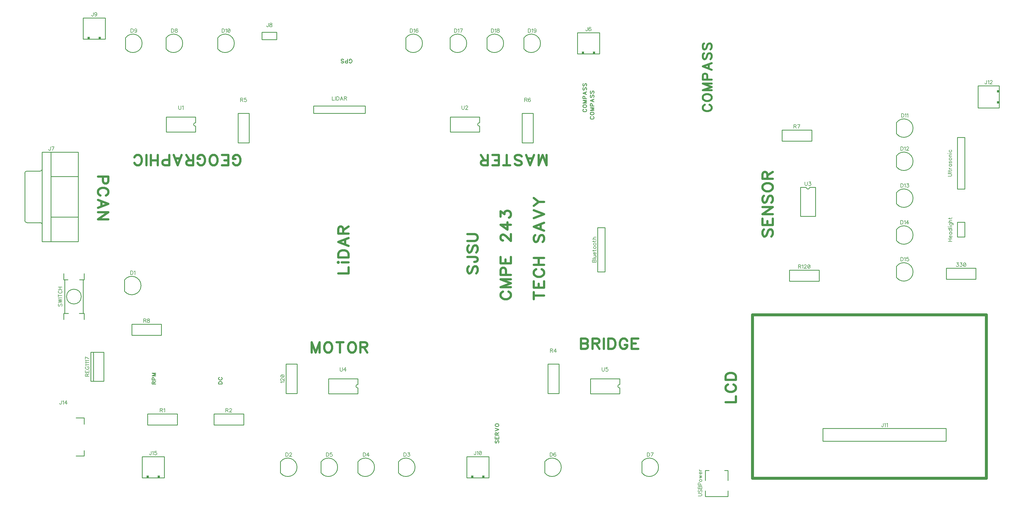
<source format=gbr>
G04 DipTrace 3.3.1.3*
G04 TopSilk.gbr*
%MOIN*%
G04 #@! TF.FileFunction,Legend,Top*
G04 #@! TF.Part,Single*
%ADD10C,0.009843*%
%ADD14C,0.03937*%
%ADD92C,0.00772*%
%ADD93C,0.030621*%
%ADD94C,0.010936*%
%ADD95C,0.026247*%
%FSLAX26Y26*%
G04*
G70*
G90*
G75*
G01*
G04 TopSilk*
%LPD*%
X3849016Y2201117D2*
D10*
Y1800457D1*
X3699016D2*
X3849016D1*
X3699016Y2201117D2*
Y1800457D1*
Y2201117D2*
X3849016D1*
X12648686Y3500787D2*
X13049346D1*
Y3350787D2*
Y3500787D1*
X12648686Y3350787D2*
X13049346D1*
X12648686D2*
Y3500787D1*
X8024017Y4050760D2*
X7924016D1*
Y3450815D1*
X8024017D1*
Y4050760D1*
X1509062Y3190810D2*
Y3340686D1*
X1509287Y3190510D2*
G03X1509287Y3340986I99796J75238D01*
G01*
X3624022Y725850D2*
Y875725D1*
X3624247Y725550D2*
G03X3624247Y876025I99796J75238D01*
G01*
X5224022Y725850D2*
Y875725D1*
X5224247Y725550D2*
G03X5224247Y876025I99796J75238D01*
G01*
X4674022Y725850D2*
Y875725D1*
X4674247Y725550D2*
G03X4674247Y876025I99796J75238D01*
G01*
X4174022Y725850D2*
Y875725D1*
X4174247Y725550D2*
G03X4174247Y876025I99796J75238D01*
G01*
X7205518Y725850D2*
Y875725D1*
X7205743Y725550D2*
G03X7205743Y876025I99796J75238D01*
G01*
X8524022Y725850D2*
Y875725D1*
X8524247Y725550D2*
G03X8524247Y876025I99796J75238D01*
G01*
X2074022Y6475850D2*
Y6625725D1*
X2074247Y6475550D2*
G03X2074247Y6626025I99796J75238D01*
G01*
X1524022Y6475850D2*
Y6625725D1*
X1524247Y6475550D2*
G03X1524247Y6626025I99796J75238D01*
G01*
X2774022Y6475850D2*
Y6625725D1*
X2774247Y6475550D2*
G03X2774247Y6626025I99796J75238D01*
G01*
X11974022Y5325850D2*
Y5475725D1*
X11974247Y5325550D2*
G03X11974247Y5476025I99796J75238D01*
G01*
X11974022Y4875850D2*
Y5025725D1*
X11974247Y4875550D2*
G03X11974247Y5026025I99796J75238D01*
G01*
X11974022Y4375850D2*
Y4525725D1*
X11974247Y4375550D2*
G03X11974247Y4526025I99796J75238D01*
G01*
X11974022Y3875850D2*
Y4025725D1*
X11974247Y3875550D2*
G03X11974247Y4026025I99796J75238D01*
G01*
X11974022Y3375850D2*
Y3525725D1*
X11974247Y3375550D2*
G03X11974247Y3526025I99796J75238D01*
G01*
X5324022Y6475850D2*
Y6625725D1*
X5324247Y6475550D2*
G03X5324247Y6626025I99796J75238D01*
G01*
X5924022Y6475850D2*
Y6625725D1*
X5924247Y6475550D2*
G03X5924247Y6626025I99796J75238D01*
G01*
X6424022Y6475850D2*
Y6625725D1*
X6424247Y6475550D2*
G03X6424247Y6626025I99796J75238D01*
G01*
X6924022Y6475850D2*
Y6625725D1*
X6924247Y6475550D2*
G03X6924247Y6626025I99796J75238D01*
G01*
X12799011Y3925775D2*
X12899016D1*
Y4125799D1*
X12799011D1*
Y3925775D1*
X7649213Y6409046D2*
X7948819D1*
Y6696457D1*
X7649213D1*
Y6409046D1*
G36*
X7708235Y6437564D2*
X7739754D1*
Y6406055D1*
X7708235D1*
Y6437564D1*
G37*
G36*
X7858278D2*
X7889766D1*
Y6406055D1*
X7858278D1*
Y6437564D1*
G37*
X185370Y4818126D2*
D10*
G03X157840Y4790236I569J-28094D01*
G01*
X366490Y4818126D2*
G03X394020Y4844803I1442J26055D01*
G01*
X157840Y4147559D2*
G03X185370Y4119669I28099J204D01*
G01*
X394020Y4092992D2*
G03X366490Y4119669I-26088J622D01*
G01*
Y4818126D2*
X185370D1*
X366490Y4119669D2*
X185370D1*
X882318Y4193638D2*
X512110D1*
X394020Y3862598D2*
Y5075197D1*
X882318Y4744157D2*
X512110D1*
X882318Y3862598D2*
Y5075197D1*
X157840Y4147559D2*
Y4790236D1*
X882318Y3862598D2*
X394020D1*
X882318Y5075197D2*
X394020D1*
X512110Y3862598D2*
Y5075197D1*
X3374004Y6700792D2*
X3574028D1*
Y6600787D1*
X3374004D1*
Y6700792D1*
X949213Y6609046D2*
X1248819D1*
Y6896457D1*
X949213D1*
Y6609046D1*
G36*
X1008235Y6637564D2*
X1039754D1*
Y6606055D1*
X1008235D1*
Y6637564D1*
G37*
G36*
X1158278D2*
X1189766D1*
Y6606055D1*
X1158278D1*
Y6637564D1*
G37*
X6149213Y659046D2*
D10*
X6448819D1*
Y946457D1*
X6149213D1*
Y659046D1*
G36*
X6208235Y687564D2*
X6239754D1*
Y656055D1*
X6208235D1*
Y687564D1*
G37*
G36*
X6358278D2*
X6389766D1*
Y656055D1*
X6358278D1*
Y687564D1*
G37*
X10976772Y1326772D2*
D10*
X12646063D1*
Y1153543D1*
X10976772D1*
Y1326772D1*
X13365757Y5675984D2*
Y5975591D1*
X13078346D1*
Y5675984D1*
X13365757D1*
G36*
X13337239Y5735007D2*
X13368748D1*
Y5766525D1*
X13337239D1*
Y5735007D1*
G37*
G36*
Y5885050D2*
X13368748D1*
Y5916538D1*
X13337239D1*
Y5885050D1*
G37*
X852146Y1470847D2*
D10*
X963385D1*
Y1384637D1*
X852146Y955098D2*
X963385D1*
Y1027936D1*
X1749213Y659046D2*
X2048819D1*
Y946457D1*
X1749213D1*
Y659046D1*
G36*
X1808235Y687564D2*
X1839754D1*
Y656055D1*
X1808235D1*
Y687564D1*
G37*
G36*
X1958278D2*
X1989766D1*
Y656055D1*
X1958278D1*
Y687564D1*
G37*
X4074015Y5700789D2*
D10*
X4774017D1*
Y5600787D1*
X4074015D1*
Y5700789D1*
X2224346Y1375787D2*
X1823686D1*
Y1525787D2*
Y1375787D1*
X2224346Y1525787D2*
X1823686D1*
X2224346D2*
Y1375787D1*
X2723686Y1525787D2*
X3124346D1*
Y1375787D2*
Y1525787D1*
X2723686Y1375787D2*
X3124346D1*
X2723686D2*
Y1525787D1*
X7249016Y1800457D2*
Y2201117D1*
X7399016D2*
X7249016D1*
X7399016Y1800457D2*
Y2201117D1*
Y1800457D2*
X7249016D1*
X3199016Y5601117D2*
Y5200457D1*
X3049016D2*
X3199016D1*
X3049016Y5601117D2*
Y5200457D1*
Y5601117D2*
X3199016D1*
X6899016Y5200457D2*
Y5601117D1*
X7049016D2*
X6899016D1*
X7049016Y5200457D2*
Y5601117D1*
Y5200457D2*
X6899016D1*
X10423686Y5375787D2*
X10824346D1*
Y5225787D2*
Y5375787D1*
X10423686Y5225787D2*
X10824346D1*
X10423686D2*
Y5375787D1*
X1608725Y2740748D2*
X2009385D1*
Y2590748D2*
Y2740748D1*
X1608725Y2590748D2*
X2009385D1*
X1608725D2*
Y2740748D1*
X10924346Y3325787D2*
X10523686D1*
Y3475787D2*
Y3325787D1*
X10924346Y3475787D2*
X10523686D1*
X10924346D2*
Y3325787D1*
X1052756Y1968898D2*
X1229921D1*
Y2362598D1*
X1052756D1*
Y1968898D1*
X1088189D2*
Y2362598D1*
X949024Y2890784D2*
X949988Y3340137D1*
X699008Y3340712D2*
Y2890784D1*
X749220Y2887407D2*
X686220D1*
Y3344089D2*
Y3426788D1*
X894870Y2887407D2*
X961811D1*
Y3426788D2*
Y3344089D1*
X898811D2*
X961811D1*
X686220Y2887407D2*
Y2804708D1*
X961811Y2887407D2*
Y2804708D1*
X741339Y3344089D2*
X687213D1*
X724004Y3115748D2*
G02X724004Y3115748I100012J0D01*
G01*
X2470866Y5348421D2*
X2077165D1*
Y5553154D2*
Y5348421D1*
X2470866Y5553154D2*
X2077165D1*
X2470866D2*
Y5474413D1*
Y5348421D2*
Y5427162D1*
Y5474413D2*
G03X2470866Y5427162I4J-23626D01*
G01*
X6320866Y5348421D2*
X5927165D1*
Y5553154D2*
Y5348421D1*
X6320866Y5553154D2*
X5927165D1*
X6320866D2*
Y5474413D1*
Y5348421D2*
Y5427162D1*
Y5474413D2*
G03X6320866Y5427162I4J-23626D01*
G01*
X10876382Y4597638D2*
Y4203937D1*
X10671649D2*
X10876382D1*
X10671649Y4597638D2*
Y4203937D1*
Y4597638D2*
X10750390D1*
X10876382D2*
X10797642D1*
X10750390D2*
G03X10797642Y4597638I23626J4D01*
G01*
X4670866Y1798421D2*
X4277165D1*
Y2003154D2*
Y1798421D1*
X4670866Y2003154D2*
X4277165D1*
X4670866D2*
Y1924413D1*
Y1798421D2*
Y1877162D1*
Y1924413D2*
G03X4670866Y1877162I4J-23626D01*
G01*
X8220866Y1798421D2*
X7827165D1*
Y2003154D2*
Y1798421D1*
X8220866Y2003154D2*
X7827165D1*
X8220866D2*
Y1924413D1*
Y1798421D2*
Y1877162D1*
Y1924413D2*
G03X8220866Y1877162I4J-23626D01*
G01*
X12799014Y4575786D2*
X12899016D1*
Y5275788D1*
X12799014D1*
Y4575786D1*
X9383476Y404316D2*
X9690539D1*
X9383476Y621668D2*
Y758677D1*
X9690539Y621668D2*
Y758677D1*
X9383476Y404316D2*
Y482302D1*
X9690539Y404316D2*
Y482302D1*
X9383476Y758677D2*
X9432693D1*
X9641323D2*
X9690539D1*
X10024016Y650787D2*
D14*
Y2867323D1*
X13193307D1*
X10024016Y650787D2*
X13193307Y651969D1*
Y650787D2*
Y2867323D1*
X3635410Y1945858D2*
D92*
X3632978Y1950667D1*
X3625848Y1957852D1*
X3676033D1*
X3637786Y1975723D2*
X3635410D1*
X3630601Y1978099D1*
X3628225Y1980476D1*
X3625848Y1985284D1*
Y1994846D1*
X3628225Y1999599D1*
X3630601Y2001976D1*
X3635410Y2004408D1*
X3640163D1*
X3644971Y2001976D1*
X3652101Y1997223D1*
X3676033Y1973291D1*
Y2006784D1*
X3625848Y2036594D2*
X3628225Y2029408D1*
X3635410Y2024600D1*
X3647348Y2022223D1*
X3654533D1*
X3666471Y2024600D1*
X3673656Y2029408D1*
X3676033Y2036593D1*
Y2041347D1*
X3673656Y2048532D1*
X3666471Y2053285D1*
X3654533Y2055717D1*
X3647348D1*
X3635410Y2053285D1*
X3628225Y2048532D1*
X3625848Y2041347D1*
Y2036594D1*
X3635410Y2053285D2*
X3666471Y2024600D1*
X12788145Y3573955D2*
X12814398D1*
X12800083Y3554832D1*
X12807268D1*
X12812021Y3552455D1*
X12814398Y3550079D1*
X12816830Y3542894D1*
Y3538141D1*
X12814398Y3530956D1*
X12809645Y3526147D1*
X12802460Y3523770D1*
X12795275D1*
X12788145Y3526147D1*
X12785768Y3528579D1*
X12783336Y3533332D1*
X12837078Y3573955D2*
X12863331D1*
X12849016Y3554832D1*
X12856201D1*
X12860954Y3552455D1*
X12863331Y3550079D1*
X12865762Y3542894D1*
Y3538141D1*
X12863331Y3530956D1*
X12858577Y3526147D1*
X12851392Y3523770D1*
X12844207D1*
X12837078Y3526147D1*
X12834701Y3528579D1*
X12832269Y3533332D1*
X12895572Y3573955D2*
X12888387Y3571579D1*
X12883578Y3564394D1*
X12881202Y3552455D1*
Y3545270D1*
X12883578Y3533332D1*
X12888387Y3526147D1*
X12895572Y3523770D1*
X12900325D1*
X12907510Y3526147D1*
X12912263Y3533332D1*
X12914695Y3545270D1*
Y3552455D1*
X12912263Y3564394D1*
X12907510Y3571579D1*
X12900325Y3573955D1*
X12895572D1*
X12912263Y3564394D2*
X12883578Y3533332D1*
X7850793Y3581393D2*
X7901033D1*
Y3602948D1*
X7898601Y3610133D1*
X7896224Y3612510D1*
X7891471Y3614886D1*
X7884286D1*
X7879478Y3612510D1*
X7877101Y3610133D1*
X7874724Y3602948D1*
X7872293Y3610133D1*
X7869916Y3612510D1*
X7865163Y3614886D1*
X7860354D1*
X7855601Y3612510D1*
X7853169Y3610133D1*
X7850793Y3602948D1*
Y3581393D1*
X7874724D2*
Y3602948D1*
X7850793Y3630326D2*
X7901033D1*
X7867539Y3645765D2*
X7891471D1*
X7898601Y3648141D1*
X7901033Y3652950D1*
Y3660135D1*
X7898601Y3664888D1*
X7891471Y3672073D1*
X7867539D2*
X7901033D1*
X7881909Y3687512D2*
Y3716197D1*
X7877101D1*
X7872293Y3713821D1*
X7869916Y3711444D1*
X7867539Y3706636D1*
Y3699451D1*
X7869916Y3694697D1*
X7874724Y3689889D1*
X7881909Y3687512D1*
X7886663D1*
X7893848Y3689889D1*
X7898601Y3694697D1*
X7901033Y3699451D1*
Y3706636D1*
X7898601Y3711444D1*
X7893848Y3716197D1*
X7850793Y3738822D2*
X7891471D1*
X7898601Y3741198D1*
X7901033Y3746007D1*
Y3750760D1*
X7867539Y3731637D2*
Y3748383D1*
Y3778137D2*
X7869916Y3773384D1*
X7874724Y3768576D1*
X7881909Y3766199D1*
X7886663D1*
X7893848Y3768576D1*
X7898601Y3773384D1*
X7901033Y3778137D1*
Y3785322D1*
X7898601Y3790131D1*
X7893848Y3794884D1*
X7886663Y3797316D1*
X7881909D1*
X7874724Y3794884D1*
X7869916Y3790131D1*
X7867539Y3785322D1*
Y3778137D1*
Y3824693D2*
X7869916Y3819940D1*
X7874724Y3815132D1*
X7881909Y3812755D1*
X7886663D1*
X7893848Y3815132D1*
X7898601Y3819940D1*
X7901033Y3824693D1*
Y3831878D1*
X7898601Y3836687D1*
X7893848Y3841440D1*
X7886663Y3843872D1*
X7881909D1*
X7874724Y3841440D1*
X7869916Y3836687D1*
X7867539Y3831878D1*
Y3824693D1*
X7850793Y3866496D2*
X7891471D1*
X7898601Y3868873D1*
X7901033Y3873681D1*
Y3878434D1*
X7867539Y3859311D2*
Y3876058D1*
X7850793Y3893874D2*
X7901033D1*
X7877101D2*
X7869916Y3901059D1*
X7867539Y3905867D1*
Y3913052D1*
X7869916Y3917805D1*
X7877101Y3920182D1*
X7901033D1*
X1591099Y3463951D2*
Y3413711D1*
X1607845D1*
X1615030Y3416142D1*
X1619839Y3420896D1*
X1622215Y3425704D1*
X1624592Y3432834D1*
Y3444827D1*
X1622215Y3452012D1*
X1619839Y3456766D1*
X1615030Y3461574D1*
X1607845Y3463951D1*
X1591099D1*
X1640031Y3454334D2*
X1644840Y3456766D1*
X1652025Y3463895D1*
Y3413711D1*
X3695309Y998990D2*
Y948750D1*
X3712056D1*
X3719241Y951182D1*
X3724050Y955935D1*
X3726426Y960743D1*
X3728803Y967873D1*
Y979867D1*
X3726426Y987052D1*
X3724050Y991805D1*
X3719241Y996613D1*
X3712056Y998990D1*
X3695309D1*
X3746674Y986996D2*
Y989373D1*
X3749050Y994181D1*
X3751427Y996558D1*
X3756235Y998935D1*
X3765797D1*
X3770550Y996558D1*
X3772927Y994181D1*
X3775359Y989373D1*
Y984620D1*
X3772927Y979811D1*
X3768174Y972682D1*
X3744242Y948750D1*
X3777735D1*
X5295309Y998990D2*
Y948750D1*
X5312056D1*
X5319241Y951182D1*
X5324050Y955935D1*
X5326426Y960743D1*
X5328803Y967873D1*
Y979867D1*
X5326426Y987052D1*
X5324050Y991805D1*
X5319241Y996613D1*
X5312056Y998990D1*
X5295309D1*
X5349050Y998935D2*
X5375303D1*
X5360989Y979811D1*
X5368174D1*
X5372927Y977435D1*
X5375303Y975058D1*
X5377735Y967873D1*
Y963120D1*
X5375303Y955935D1*
X5370550Y951127D1*
X5363365Y948750D1*
X5356180D1*
X5349050Y951127D1*
X5346674Y953558D1*
X5344242Y958312D1*
X4744121Y998990D2*
Y948750D1*
X4760868D1*
X4768053Y951182D1*
X4772861Y955935D1*
X4775238Y960743D1*
X4777614Y967873D1*
Y979867D1*
X4775238Y987052D1*
X4772861Y991805D1*
X4768053Y996613D1*
X4760868Y998990D1*
X4744121D1*
X4816985Y948750D2*
Y998935D1*
X4793054Y965497D1*
X4828924D1*
X4245309Y998990D2*
Y948750D1*
X4262056D1*
X4269241Y951182D1*
X4274050Y955935D1*
X4276426Y960743D1*
X4278803Y967873D1*
Y979867D1*
X4276426Y987052D1*
X4274050Y991805D1*
X4269241Y996613D1*
X4262056Y998990D1*
X4245309D1*
X4322927Y998935D2*
X4299050D1*
X4296674Y977435D1*
X4299050Y979811D1*
X4306235Y982243D1*
X4313365D1*
X4320550Y979811D1*
X4325359Y975058D1*
X4327735Y967873D1*
Y963120D1*
X4325359Y955935D1*
X4320550Y951127D1*
X4313365Y948750D1*
X4306235D1*
X4299050Y951127D1*
X4296674Y953558D1*
X4294242Y958312D1*
X7278021Y998990D2*
Y948750D1*
X7294768D1*
X7301953Y951182D1*
X7306761Y955935D1*
X7309138Y960743D1*
X7311515Y967873D1*
Y979867D1*
X7309138Y987052D1*
X7306761Y991805D1*
X7301953Y996613D1*
X7294768Y998990D1*
X7278021D1*
X7355639Y991805D2*
X7353262Y996558D1*
X7346077Y998935D1*
X7341324D1*
X7334139Y996558D1*
X7329331Y989373D1*
X7326954Y977435D1*
Y965497D1*
X7329331Y955935D1*
X7334139Y951127D1*
X7341324Y948750D1*
X7343701D1*
X7350830Y951127D1*
X7355639Y955935D1*
X7358015Y963120D1*
Y965497D1*
X7355639Y972682D1*
X7350830Y977435D1*
X7343701Y979811D1*
X7341324D1*
X7334139Y977435D1*
X7329331Y972682D1*
X7326954Y965497D1*
X8595309Y998990D2*
Y948750D1*
X8612056D1*
X8619241Y951182D1*
X8624050Y955935D1*
X8626426Y960743D1*
X8628803Y967873D1*
Y979867D1*
X8626426Y987052D1*
X8624050Y991805D1*
X8619241Y996613D1*
X8612056Y998990D1*
X8595309D1*
X8653804Y948750D2*
X8677735Y998935D1*
X8644242D1*
X2145337Y6748990D2*
Y6698750D1*
X2162084D1*
X2169269Y6701182D1*
X2174077Y6705935D1*
X2176454Y6710743D1*
X2178830Y6717873D1*
Y6729867D1*
X2176454Y6737052D1*
X2174077Y6741805D1*
X2169269Y6746613D1*
X2162084Y6748990D1*
X2145337D1*
X2206208Y6748935D2*
X2199078Y6746558D1*
X2196646Y6741805D1*
Y6736996D1*
X2199078Y6732243D1*
X2203831Y6729811D1*
X2213393Y6727435D1*
X2220578Y6725058D1*
X2225331Y6720250D1*
X2227708Y6715497D1*
Y6708312D1*
X2225331Y6703558D1*
X2222954Y6701127D1*
X2215769Y6698750D1*
X2206208D1*
X2199078Y6701127D1*
X2196646Y6703558D1*
X2194270Y6708312D1*
Y6715497D1*
X2196646Y6720250D1*
X2201455Y6725058D1*
X2208584Y6727435D1*
X2218146Y6729811D1*
X2222954Y6732243D1*
X2225331Y6736996D1*
Y6741805D1*
X2222954Y6746558D1*
X2215769Y6748935D1*
X2206208D1*
X1596498Y6748990D2*
Y6698750D1*
X1613244D1*
X1620429Y6701182D1*
X1625238Y6705935D1*
X1627614Y6710743D1*
X1629991Y6717873D1*
Y6729867D1*
X1627614Y6737052D1*
X1625238Y6741805D1*
X1620429Y6746613D1*
X1613244Y6748990D1*
X1596498D1*
X1676547Y6732243D2*
X1674115Y6725058D1*
X1669362Y6720250D1*
X1662177Y6717873D1*
X1659800D1*
X1652615Y6720250D1*
X1647862Y6725058D1*
X1645430Y6732243D1*
Y6734620D1*
X1647862Y6741805D1*
X1652615Y6746558D1*
X1659800Y6748935D1*
X1662177D1*
X1669362Y6746558D1*
X1674115Y6741805D1*
X1676547Y6732243D1*
Y6720250D1*
X1674115Y6708312D1*
X1669362Y6701127D1*
X1662177Y6698750D1*
X1657424D1*
X1650239Y6701127D1*
X1647862Y6705935D1*
X2831593Y6748990D2*
Y6698750D1*
X2848340D1*
X2855525Y6701182D1*
X2860333Y6705935D1*
X2862710Y6710743D1*
X2865086Y6717873D1*
Y6729867D1*
X2862710Y6737052D1*
X2860333Y6741805D1*
X2855525Y6746613D1*
X2848340Y6748990D1*
X2831593D1*
X2880526Y6739373D2*
X2885334Y6741805D1*
X2892519Y6748935D1*
Y6698750D1*
X2922328Y6748935D2*
X2915143Y6746558D1*
X2910335Y6739373D1*
X2907958Y6727435D1*
Y6720250D1*
X2910335Y6708312D1*
X2915143Y6701127D1*
X2922328Y6698750D1*
X2927082D1*
X2934267Y6701127D1*
X2939020Y6708312D1*
X2941452Y6720250D1*
Y6727435D1*
X2939020Y6739373D1*
X2934267Y6746558D1*
X2927082Y6748935D1*
X2922328D1*
X2939020Y6739373D2*
X2910335Y6708312D1*
X12042343Y5598990D2*
Y5548750D1*
X12059090D1*
X12066275Y5551182D1*
X12071083Y5555935D1*
X12073460Y5560743D1*
X12075836Y5567873D1*
Y5579867D1*
X12073460Y5587052D1*
X12071083Y5591805D1*
X12066275Y5596613D1*
X12059090Y5598990D1*
X12042343D1*
X12091275Y5589373D2*
X12096084Y5591805D1*
X12103269Y5598935D1*
Y5548750D1*
X12118708Y5589373D2*
X12123517Y5591805D1*
X12130702Y5598935D1*
Y5548750D1*
X12031593Y5148990D2*
Y5098750D1*
X12048340D1*
X12055525Y5101182D1*
X12060333Y5105935D1*
X12062710Y5110743D1*
X12065086Y5117873D1*
Y5129867D1*
X12062710Y5137052D1*
X12060333Y5141805D1*
X12055525Y5146613D1*
X12048340Y5148990D1*
X12031593D1*
X12080526Y5139373D2*
X12085334Y5141805D1*
X12092519Y5148935D1*
Y5098750D1*
X12110390Y5136996D2*
Y5139373D1*
X12112767Y5144181D1*
X12115143Y5146558D1*
X12119952Y5148935D1*
X12129513D1*
X12134267Y5146558D1*
X12136643Y5144181D1*
X12139075Y5139373D1*
Y5134620D1*
X12136643Y5129811D1*
X12131890Y5122682D1*
X12107958Y5098750D1*
X12141452D1*
X12031593Y4648990D2*
Y4598750D1*
X12048340D1*
X12055525Y4601182D1*
X12060333Y4605935D1*
X12062710Y4610743D1*
X12065086Y4617873D1*
Y4629867D1*
X12062710Y4637052D1*
X12060333Y4641805D1*
X12055525Y4646613D1*
X12048340Y4648990D1*
X12031593D1*
X12080526Y4639373D2*
X12085334Y4641805D1*
X12092519Y4648935D1*
Y4598750D1*
X12112767Y4648935D2*
X12139020D1*
X12124705Y4629811D1*
X12131890D1*
X12136643Y4627435D1*
X12139020Y4625058D1*
X12141452Y4617873D1*
Y4613120D1*
X12139020Y4605935D1*
X12134267Y4601127D1*
X12127082Y4598750D1*
X12119897D1*
X12112767Y4601127D1*
X12110390Y4603558D1*
X12107958Y4608312D1*
X12030405Y4148990D2*
Y4098750D1*
X12047151D1*
X12054336Y4101182D1*
X12059145Y4105935D1*
X12061521Y4110743D1*
X12063898Y4117873D1*
Y4129867D1*
X12061521Y4137052D1*
X12059145Y4141805D1*
X12054336Y4146613D1*
X12047151Y4148990D1*
X12030405D1*
X12079337Y4139373D2*
X12084146Y4141805D1*
X12091331Y4148935D1*
Y4098750D1*
X12130702D2*
Y4148935D1*
X12106770Y4115497D1*
X12142640D1*
X12031593Y3648990D2*
Y3598750D1*
X12048340D1*
X12055525Y3601182D1*
X12060333Y3605935D1*
X12062710Y3610743D1*
X12065086Y3617873D1*
Y3629867D1*
X12062710Y3637052D1*
X12060333Y3641805D1*
X12055525Y3646613D1*
X12048340Y3648990D1*
X12031593D1*
X12080526Y3639373D2*
X12085334Y3641805D1*
X12092519Y3648935D1*
Y3598750D1*
X12136643Y3648935D2*
X12112767D1*
X12110390Y3627435D1*
X12112767Y3629811D1*
X12119952Y3632243D1*
X12127082D1*
X12134267Y3629811D1*
X12139075Y3625058D1*
X12141452Y3617873D1*
Y3613120D1*
X12139075Y3605935D1*
X12134267Y3601127D1*
X12127082Y3598750D1*
X12119952D1*
X12112767Y3601127D1*
X12110390Y3603558D1*
X12107958Y3608312D1*
X5382809Y6748990D2*
Y6698750D1*
X5399556D1*
X5406741Y6701182D1*
X5411549Y6705935D1*
X5413926Y6710743D1*
X5416302Y6717873D1*
Y6729867D1*
X5413926Y6737052D1*
X5411549Y6741805D1*
X5406741Y6746613D1*
X5399556Y6748990D1*
X5382809D1*
X5431741Y6739373D2*
X5436550Y6741805D1*
X5443735Y6748935D1*
Y6698750D1*
X5487859Y6741805D2*
X5485483Y6746558D1*
X5478297Y6748935D1*
X5473544D1*
X5466359Y6746558D1*
X5461551Y6739373D1*
X5459174Y6727435D1*
Y6715497D1*
X5461551Y6705935D1*
X5466359Y6701127D1*
X5473544Y6698750D1*
X5475921D1*
X5483051Y6701127D1*
X5487859Y6705935D1*
X5490236Y6713120D1*
Y6715497D1*
X5487859Y6722682D1*
X5483051Y6727435D1*
X5475921Y6729811D1*
X5473544D1*
X5466359Y6727435D1*
X5461551Y6722682D1*
X5459174Y6715497D1*
X5981593Y6748990D2*
Y6698750D1*
X5998340D1*
X6005525Y6701182D1*
X6010333Y6705935D1*
X6012710Y6710743D1*
X6015086Y6717873D1*
Y6729867D1*
X6012710Y6737052D1*
X6010333Y6741805D1*
X6005525Y6746613D1*
X5998340Y6748990D1*
X5981593D1*
X6030526Y6739373D2*
X6035334Y6741805D1*
X6042519Y6748935D1*
Y6698750D1*
X6067520D2*
X6091452Y6748935D1*
X6057958D1*
X6481621Y6748990D2*
Y6698750D1*
X6498367D1*
X6505552Y6701182D1*
X6510361Y6705935D1*
X6512737Y6710743D1*
X6515114Y6717873D1*
Y6729867D1*
X6512737Y6737052D1*
X6510361Y6741805D1*
X6505552Y6746613D1*
X6498367Y6748990D1*
X6481621D1*
X6530553Y6739373D2*
X6535362Y6741805D1*
X6542547Y6748935D1*
Y6698750D1*
X6569924Y6748935D2*
X6562794Y6746558D1*
X6560363Y6741805D1*
Y6736996D1*
X6562794Y6732243D1*
X6567548Y6729811D1*
X6577109Y6727435D1*
X6584294Y6725058D1*
X6589047Y6720250D1*
X6591424Y6715497D1*
Y6708312D1*
X6589047Y6703558D1*
X6586671Y6701127D1*
X6579486Y6698750D1*
X6569924D1*
X6562794Y6701127D1*
X6560363Y6703558D1*
X6557986Y6708312D1*
Y6715497D1*
X6560363Y6720250D1*
X6565171Y6725058D1*
X6572301Y6727435D1*
X6581862Y6729811D1*
X6586671Y6732243D1*
X6589047Y6736996D1*
Y6741805D1*
X6586671Y6746558D1*
X6579486Y6748935D1*
X6569924D1*
X6982781Y6748990D2*
Y6698750D1*
X6999528D1*
X7006713Y6701182D1*
X7011521Y6705935D1*
X7013898Y6710743D1*
X7016275Y6717873D1*
Y6729867D1*
X7013898Y6737052D1*
X7011521Y6741805D1*
X7006713Y6746613D1*
X6999528Y6748990D1*
X6982781D1*
X7031714Y6739373D2*
X7036522Y6741805D1*
X7043707Y6748935D1*
Y6698750D1*
X7090263Y6732243D2*
X7087831Y6725058D1*
X7083078Y6720250D1*
X7075893Y6717873D1*
X7073517D1*
X7066332Y6720250D1*
X7061578Y6725058D1*
X7059147Y6732243D1*
Y6734620D1*
X7061578Y6741805D1*
X7066332Y6746558D1*
X7073517Y6748935D1*
X7075893D1*
X7083078Y6746558D1*
X7087831Y6741805D1*
X7090263Y6732243D1*
Y6720250D1*
X7087831Y6708312D1*
X7083078Y6701127D1*
X7075893Y6698750D1*
X7071140D1*
X7063955Y6701127D1*
X7061578Y6705935D1*
X12675793Y3864794D2*
X12726033D1*
X12675793Y3898287D2*
X12726033D1*
X12699724Y3864794D2*
Y3898287D1*
X12706909Y3913727D2*
Y3942411D1*
X12702101D1*
X12697293Y3940035D1*
X12694916Y3937658D1*
X12692539Y3932850D1*
Y3925665D1*
X12694916Y3920912D1*
X12699724Y3916103D1*
X12706909Y3913727D1*
X12711663D1*
X12718848Y3916103D1*
X12723601Y3920912D1*
X12726033Y3925665D1*
Y3932850D1*
X12723601Y3937658D1*
X12718848Y3942411D1*
X12692539Y3986536D2*
X12726033D1*
X12699724D2*
X12694916Y3981782D1*
X12692539Y3976974D1*
Y3969844D1*
X12694916Y3965036D1*
X12699724Y3960283D1*
X12706909Y3957851D1*
X12711663D1*
X12718848Y3960283D1*
X12723601Y3965036D1*
X12726033Y3969844D1*
Y3976974D1*
X12723601Y3981782D1*
X12718848Y3986536D1*
X12675793Y4030660D2*
X12726033D1*
X12699724D2*
X12694916Y4025907D1*
X12692539Y4021098D1*
Y4013913D1*
X12694916Y4009160D1*
X12699724Y4004351D1*
X12706909Y4001975D1*
X12711663D1*
X12718848Y4004351D1*
X12723601Y4009160D1*
X12726033Y4013913D1*
Y4021098D1*
X12723601Y4025907D1*
X12718848Y4030660D1*
X12675793Y4046099D2*
X12726033D1*
X12675793Y4061538D2*
X12678169Y4063915D1*
X12675793Y4066347D1*
X12673361Y4063915D1*
X12675793Y4061538D1*
X12692539Y4063915D2*
X12726033D1*
X12694916Y4110471D2*
X12733218D1*
X12740347Y4108094D1*
X12742779Y4105718D1*
X12745156Y4100909D1*
Y4093724D1*
X12742779Y4088971D1*
X12702101Y4110471D2*
X12697348Y4105718D1*
X12694916Y4100909D1*
Y4093724D1*
X12697348Y4088971D1*
X12702101Y4084162D1*
X12709286Y4081786D1*
X12714094D1*
X12721224Y4084162D1*
X12726033Y4088971D1*
X12728409Y4093724D1*
Y4100909D1*
X12726033Y4105718D1*
X12721224Y4110471D1*
X12675793Y4125910D2*
X12726033D1*
X12702101D2*
X12694916Y4133095D1*
X12692539Y4137904D1*
Y4145089D1*
X12694916Y4149842D1*
X12702101Y4152218D1*
X12726033D1*
X12675793Y4174843D2*
X12716471D1*
X12723601Y4177219D1*
X12726033Y4182028D1*
Y4186781D1*
X12692539Y4167658D2*
Y4184404D1*
X7787731Y6769680D2*
Y6731433D1*
X7785355Y6724248D1*
X7782923Y6721872D1*
X7778170Y6719440D1*
X7773361D1*
X7768608Y6721872D1*
X7766231Y6724248D1*
X7763800Y6731433D1*
Y6736186D1*
X7831855Y6762495D2*
X7829479Y6767248D1*
X7822294Y6769624D1*
X7817541D1*
X7810356Y6767248D1*
X7805547Y6760063D1*
X7803170Y6748125D1*
Y6736186D1*
X7805547Y6726625D1*
X7810356Y6721816D1*
X7817541Y6719440D1*
X7819917D1*
X7827047Y6721816D1*
X7831855Y6726625D1*
X7834232Y6733810D1*
Y6736186D1*
X7831855Y6743371D1*
X7827047Y6748125D1*
X7819917Y6750501D1*
X7817541D1*
X7810356Y6748125D1*
X7805547Y6743371D1*
X7803170Y6736186D1*
X507578Y5148420D2*
Y5110173D1*
X505202Y5102988D1*
X502770Y5100612D1*
X498017Y5098180D1*
X493208D1*
X488455Y5100612D1*
X486078Y5102988D1*
X483647Y5110173D1*
Y5114927D1*
X532579Y5098180D2*
X556511Y5148365D1*
X523018D1*
X3461543Y6824010D2*
Y6785764D1*
X3459166Y6778579D1*
X3456734Y6776202D1*
X3451981Y6773770D1*
X3447173D1*
X3442420Y6776202D1*
X3440043Y6778579D1*
X3437611Y6785764D1*
Y6790517D1*
X3488920Y6823955D2*
X3481791Y6821579D1*
X3479359Y6816825D1*
Y6812017D1*
X3481791Y6807264D1*
X3486544Y6804832D1*
X3496105Y6802455D1*
X3503290Y6800079D1*
X3508044Y6795270D1*
X3510420Y6790517D1*
Y6783332D1*
X3508044Y6778579D1*
X3505667Y6776147D1*
X3498482Y6773770D1*
X3488920D1*
X3481791Y6776147D1*
X3479359Y6778579D1*
X3476982Y6783332D1*
Y6790517D1*
X3479359Y6795270D1*
X3484167Y6800079D1*
X3491297Y6802455D1*
X3500859Y6804832D1*
X3505667Y6807264D1*
X3508044Y6812017D1*
Y6816825D1*
X3505667Y6821579D1*
X3498482Y6823955D1*
X3488920D1*
X1087704Y6969680D2*
Y6931433D1*
X1085327Y6924248D1*
X1082895Y6921872D1*
X1078142Y6919440D1*
X1073334D1*
X1068580Y6921872D1*
X1066204Y6924248D1*
X1063772Y6931433D1*
Y6936186D1*
X1134260Y6952933D2*
X1131828Y6945748D1*
X1127075Y6940940D1*
X1119890Y6938563D1*
X1117513D1*
X1110328Y6940940D1*
X1105575Y6945748D1*
X1103143Y6952933D1*
Y6955310D1*
X1105575Y6962495D1*
X1110328Y6967248D1*
X1117513Y6969624D1*
X1119890D1*
X1127075Y6967248D1*
X1131828Y6962495D1*
X1134260Y6952933D1*
Y6940940D1*
X1131828Y6929001D1*
X1127075Y6921816D1*
X1119890Y6919440D1*
X1115136D1*
X1107951Y6921816D1*
X1105575Y6926625D1*
X6272799Y1019680D2*
Y981433D1*
X6270422Y974248D1*
X6267990Y971872D1*
X6263237Y969440D1*
X6258429D1*
X6253676Y971872D1*
X6251299Y974248D1*
X6248867Y981433D1*
Y986186D1*
X6288238Y1010063D2*
X6293047Y1012495D1*
X6300232Y1019624D1*
Y969440D1*
X6330041Y1019624D2*
X6322856Y1017248D1*
X6318048Y1010063D1*
X6315671Y998125D1*
Y990940D1*
X6318048Y979001D1*
X6322856Y971816D1*
X6330041Y969440D1*
X6334794D1*
X6341979Y971816D1*
X6346732Y979001D1*
X6349164Y990940D1*
Y998125D1*
X6346732Y1010063D1*
X6341979Y1017248D1*
X6334794Y1019624D1*
X6330041D1*
X6346732Y1010063D2*
X6318048Y979001D1*
X11795950Y1399995D2*
Y1361748D1*
X11793574Y1354563D1*
X11791142Y1352187D1*
X11786389Y1349755D1*
X11781580D1*
X11776827Y1352187D1*
X11774451Y1354563D1*
X11772019Y1361748D1*
Y1366501D1*
X11811390Y1390378D2*
X11816198Y1392810D1*
X11823383Y1399939D1*
Y1349755D1*
X11838822Y1390378D2*
X11843631Y1392810D1*
X11850816Y1399939D1*
Y1349755D1*
X13197330Y6048814D2*
Y6010567D1*
X13194954Y6003382D1*
X13192522Y6001005D1*
X13187769Y5998574D1*
X13182960D1*
X13178207Y6001005D1*
X13175831Y6003382D1*
X13173399Y6010567D1*
Y6015320D1*
X13212770Y6039197D2*
X13217578Y6041629D1*
X13224763Y6048758D1*
Y5998574D1*
X13242634Y6036820D2*
Y6039197D1*
X13245011Y6044005D1*
X13247387Y6046382D1*
X13252196Y6048758D1*
X13261758D1*
X13266511Y6046382D1*
X13268887Y6044005D1*
X13271319Y6039197D1*
Y6034444D1*
X13268887Y6029635D1*
X13264134Y6022505D1*
X13240202Y5998574D1*
X13273696D1*
X655356Y1704716D2*
Y1666469D1*
X652979Y1659284D1*
X650548Y1656908D1*
X645794Y1654476D1*
X640986D1*
X636233Y1656908D1*
X633856Y1659284D1*
X631424Y1666469D1*
Y1671223D1*
X670795Y1695099D2*
X675604Y1697531D1*
X682789Y1704661D1*
Y1654476D1*
X722160D2*
Y1704661D1*
X698228Y1671223D1*
X734098D1*
X1872799Y1019680D2*
Y981433D1*
X1870422Y974248D1*
X1867990Y971872D1*
X1863237Y969440D1*
X1858429D1*
X1853676Y971872D1*
X1851299Y974248D1*
X1848867Y981433D1*
Y986186D1*
X1888238Y1010063D2*
X1893047Y1012495D1*
X1900232Y1019624D1*
Y969440D1*
X1944356Y1019624D2*
X1920479D1*
X1918103Y998125D1*
X1920479Y1000501D1*
X1927664Y1002933D1*
X1934794D1*
X1941979Y1000501D1*
X1946788Y995748D1*
X1949164Y988563D1*
Y983810D1*
X1946788Y976625D1*
X1941979Y971816D1*
X1934794Y969440D1*
X1927664D1*
X1920479Y971816D1*
X1918103Y974248D1*
X1915671Y979001D1*
X4326151Y5828932D2*
Y5778692D1*
X4354835D1*
X4370275Y5828932D2*
Y5778692D1*
X4385714Y5828932D2*
Y5778692D1*
X4402461D1*
X4409646Y5781124D1*
X4414454Y5785877D1*
X4416831Y5790685D1*
X4419207Y5797815D1*
Y5809808D1*
X4416831Y5816994D1*
X4414454Y5821747D1*
X4409646Y5826555D1*
X4402461Y5828932D1*
X4385714D1*
X4472948Y5778692D2*
X4453770Y5828932D1*
X4434647Y5778692D1*
X4441832Y5795438D2*
X4465763D1*
X4488388Y5805000D2*
X4509887D1*
X4517072Y5807432D1*
X4519504Y5809808D1*
X4521881Y5814562D1*
Y5819370D1*
X4519504Y5824123D1*
X4517072Y5826555D1*
X4509887Y5828932D1*
X4488388D1*
Y5778692D1*
X4505134Y5805000D2*
X4521881Y5778692D1*
X1993553Y1575079D2*
X2015053D1*
X2022238Y1577511D1*
X2024669Y1579887D1*
X2027046Y1584640D1*
Y1589449D1*
X2024669Y1594202D1*
X2022238Y1596634D1*
X2015053Y1599010D1*
X1993553D1*
Y1548770D1*
X2010299Y1575079D2*
X2027046Y1548770D1*
X2042485Y1589394D2*
X2047294Y1591825D1*
X2054479Y1598955D1*
Y1548770D1*
X2882803Y1575079D2*
X2904303D1*
X2911488Y1577511D1*
X2913920Y1579887D1*
X2916296Y1584640D1*
Y1589449D1*
X2913920Y1594202D1*
X2911488Y1596634D1*
X2904303Y1599010D1*
X2882803D1*
Y1548770D1*
X2899549Y1575079D2*
X2916296Y1548770D1*
X2934167Y1587017D2*
Y1589394D1*
X2936544Y1594202D1*
X2938920Y1596579D1*
X2943729Y1598955D1*
X2953290D1*
X2958044Y1596579D1*
X2960420Y1594202D1*
X2962852Y1589394D1*
Y1584640D1*
X2960420Y1579832D1*
X2955667Y1572702D1*
X2931735Y1548770D1*
X2965229D1*
X7281614Y2385079D2*
X7303114D1*
X7310299Y2387511D1*
X7312731Y2389887D1*
X7315108Y2394640D1*
Y2399449D1*
X7312731Y2404202D1*
X7310299Y2406634D1*
X7303114Y2409010D1*
X7281614D1*
Y2358770D1*
X7298361Y2385079D2*
X7315108Y2358770D1*
X7354479D2*
Y2408955D1*
X7330547Y2375517D1*
X7366417D1*
X3082803Y5785079D2*
X3104303D1*
X3111488Y5787511D1*
X3113920Y5789887D1*
X3116296Y5794640D1*
Y5799449D1*
X3113920Y5804202D1*
X3111488Y5806634D1*
X3104303Y5809010D1*
X3082803D1*
Y5758770D1*
X3099549Y5785079D2*
X3116296Y5758770D1*
X3160420Y5808955D2*
X3136544D1*
X3134167Y5787455D1*
X3136544Y5789832D1*
X3143729Y5792264D1*
X3150859D1*
X3158044Y5789832D1*
X3162852Y5785079D1*
X3165229Y5777894D1*
Y5773141D1*
X3162852Y5765956D1*
X3158044Y5761147D1*
X3150859Y5758770D1*
X3143729D1*
X3136544Y5761147D1*
X3134167Y5763579D1*
X3131735Y5768332D1*
X6934019Y5785079D2*
X6955519D1*
X6962704Y5787511D1*
X6965135Y5789887D1*
X6967512Y5794640D1*
Y5799449D1*
X6965135Y5804202D1*
X6962704Y5806634D1*
X6955519Y5809010D1*
X6934019D1*
Y5758770D1*
X6950765Y5785079D2*
X6967512Y5758770D1*
X7011636Y5801825D2*
X7009260Y5806579D1*
X7002075Y5808955D1*
X6997321D1*
X6990136Y5806579D1*
X6985328Y5799394D1*
X6982951Y5787455D1*
Y5775517D1*
X6985328Y5765956D1*
X6990136Y5761147D1*
X6997321Y5758770D1*
X6999698D1*
X7006828Y5761147D1*
X7011636Y5765956D1*
X7014013Y5773141D1*
Y5775517D1*
X7011636Y5782702D1*
X7006828Y5787455D1*
X6999698Y5789832D1*
X6997321D1*
X6990136Y5787455D1*
X6985328Y5782702D1*
X6982951Y5775517D1*
X10582803Y5425079D2*
X10604303D1*
X10611488Y5427511D1*
X10613920Y5429887D1*
X10616296Y5434640D1*
Y5439449D1*
X10613920Y5444202D1*
X10611488Y5446634D1*
X10604303Y5449010D1*
X10582803D1*
Y5398770D1*
X10599549Y5425079D2*
X10616296Y5398770D1*
X10641297D2*
X10665229Y5448955D1*
X10631735D1*
X1767870Y2790039D2*
X1789370D1*
X1796555Y2792471D1*
X1798987Y2794848D1*
X1801363Y2799601D1*
Y2804409D1*
X1798987Y2809163D1*
X1796555Y2811595D1*
X1789370Y2813971D1*
X1767870D1*
Y2763731D1*
X1784616Y2790039D2*
X1801363Y2763731D1*
X1828741Y2813916D2*
X1821611Y2811539D1*
X1819179Y2806786D1*
Y2801978D1*
X1821611Y2797224D1*
X1826364Y2794793D1*
X1835926Y2792416D1*
X1843111Y2790039D1*
X1847864Y2785231D1*
X1850240Y2780478D1*
Y2773293D1*
X1847864Y2768540D1*
X1845487Y2766108D1*
X1838302Y2763731D1*
X1828741D1*
X1821611Y2766108D1*
X1819179Y2768540D1*
X1816802Y2773293D1*
Y2780478D1*
X1819179Y2785231D1*
X1823987Y2790039D1*
X1831117Y2792416D1*
X1840679Y2794793D1*
X1845487Y2797224D1*
X1847864Y2801978D1*
Y2806786D1*
X1845487Y2811539D1*
X1838302Y2813916D1*
X1828741D1*
X10644620Y3525079D2*
X10666120D1*
X10673305Y3527511D1*
X10675737Y3529887D1*
X10678113Y3534640D1*
Y3539449D1*
X10675737Y3544202D1*
X10673305Y3546634D1*
X10666120Y3549010D1*
X10644620D1*
Y3498770D1*
X10661367Y3525079D2*
X10678113Y3498770D1*
X10693553Y3539394D2*
X10698361Y3541825D1*
X10705546Y3548955D1*
Y3498770D1*
X10723417Y3537017D2*
Y3539394D1*
X10725794Y3544202D1*
X10728170Y3546579D1*
X10732979Y3548955D1*
X10742541D1*
X10747294Y3546579D1*
X10749670Y3544202D1*
X10752102Y3539394D1*
Y3534640D1*
X10749670Y3529832D1*
X10744917Y3522702D1*
X10720985Y3498770D1*
X10754479D1*
X10784288Y3548955D2*
X10777103Y3546579D1*
X10772295Y3539394D1*
X10769918Y3527455D1*
Y3520270D1*
X10772295Y3508332D1*
X10777103Y3501147D1*
X10784288Y3498770D1*
X10789041D1*
X10796226Y3501147D1*
X10800980Y3508332D1*
X10803411Y3520270D1*
Y3527455D1*
X10800980Y3539394D1*
X10796226Y3546579D1*
X10789041Y3548955D1*
X10784288D1*
X10800980Y3539394D2*
X10772295Y3508332D1*
X1003465Y2034481D2*
Y2055981D1*
X1001033Y2063166D1*
X998656Y2065598D1*
X993903Y2067974D1*
X989095D1*
X984341Y2065598D1*
X981909Y2063166D1*
X979533Y2055981D1*
Y2034481D1*
X1029773D1*
X1003465Y2051228D2*
X1029773Y2067974D1*
X979533Y2114475D2*
Y2083414D1*
X1029773D1*
Y2114475D1*
X1003465Y2083414D2*
Y2102537D1*
X991471Y2165784D2*
X986718Y2163408D1*
X981909Y2158599D1*
X979533Y2153846D1*
Y2144284D1*
X981909Y2139476D1*
X986718Y2134723D1*
X991471Y2132291D1*
X998656Y2129914D1*
X1010650D1*
X1017779Y2132291D1*
X1022588Y2134723D1*
X1027341Y2139476D1*
X1029773Y2144284D1*
Y2153846D1*
X1027341Y2158599D1*
X1022588Y2163408D1*
X1017779Y2165784D1*
X1010650D1*
Y2153846D1*
X989150Y2181224D2*
X986718Y2186032D1*
X979588Y2193217D1*
X1029773D1*
X989150Y2208656D2*
X986718Y2213465D1*
X979588Y2220650D1*
X1029773D1*
X989150Y2236089D2*
X986718Y2240897D1*
X979588Y2248082D1*
X1029773D1*
Y2273083D2*
X979588Y2297015D1*
Y2263522D1*
X620182Y3018537D2*
X615374Y3013784D1*
X612997Y3006598D1*
Y2997037D1*
X615374Y2989852D1*
X620182Y2985043D1*
X624936D1*
X629744Y2987475D1*
X632121Y2989852D1*
X634497Y2994605D1*
X639306Y3008975D1*
X641682Y3013783D1*
X644114Y3016160D1*
X648867Y3018537D1*
X656052D1*
X660806Y3013783D1*
X663237Y3006598D1*
Y2997037D1*
X660806Y2989852D1*
X656052Y2985043D1*
X612997Y3033976D2*
X663237Y3045969D1*
X612997Y3057908D1*
X663237Y3069846D1*
X612997Y3081839D1*
Y3097279D2*
X663237Y3097278D1*
X612997Y3129464D2*
X663237D1*
X612997Y3112718D2*
Y3146211D1*
X624936Y3197520D2*
X620182Y3195144D1*
X615374Y3190335D1*
X612997Y3185582D1*
Y3176020D1*
X615374Y3171212D1*
X620182Y3166459D1*
X624936Y3164027D1*
X632121Y3161650D1*
X644114D1*
X651244Y3164027D1*
X656052Y3166459D1*
X660806Y3171212D1*
X663237Y3176020D1*
Y3185582D1*
X660806Y3190335D1*
X656052Y3195144D1*
X651244Y3197520D1*
X612997Y3212959D2*
X663237D1*
X612997Y3246453D2*
X663237D1*
X636929Y3212959D2*
Y3246453D1*
X2243553Y5703538D2*
Y5667668D1*
X2245929Y5660483D1*
X2250738Y5655730D1*
X2257923Y5653298D1*
X2262676D1*
X2269861Y5655730D1*
X2274669Y5660483D1*
X2277046Y5667668D1*
Y5703538D1*
X2292485Y5693921D2*
X2297294Y5696353D1*
X2304479Y5703483D1*
Y5653298D1*
X6082803Y5703538D2*
Y5667668D1*
X6085179Y5660483D1*
X6089988Y5655730D1*
X6097173Y5653298D1*
X6101926D1*
X6109111Y5655730D1*
X6113920Y5660483D1*
X6116296Y5667668D1*
Y5703538D1*
X6134167Y5691545D2*
Y5693921D1*
X6136544Y5698730D1*
X6138920Y5701106D1*
X6143729Y5703483D1*
X6153290D1*
X6158044Y5701106D1*
X6160420Y5698730D1*
X6162852Y5693921D1*
Y5689168D1*
X6160420Y5684360D1*
X6155667Y5677230D1*
X6131735Y5653298D1*
X6165229D1*
X10732803Y4670861D2*
Y4634991D1*
X10735179Y4627806D1*
X10739988Y4623053D1*
X10747173Y4620621D1*
X10751926D1*
X10759111Y4623053D1*
X10763920Y4627806D1*
X10766296Y4634991D1*
Y4670861D1*
X10786544Y4670806D2*
X10812797D1*
X10798482Y4651682D1*
X10805667D1*
X10810420Y4649306D1*
X10812797Y4646929D1*
X10815229Y4639744D1*
Y4634991D1*
X10812797Y4627806D1*
X10808044Y4622997D1*
X10800859Y4620621D1*
X10793674D1*
X10786544Y4622997D1*
X10784167Y4625429D1*
X10781735Y4630182D1*
X4431614Y2153538D2*
Y2117668D1*
X4433991Y2110483D1*
X4438800Y2105730D1*
X4445985Y2103298D1*
X4450738D1*
X4457923Y2105730D1*
X4462731Y2110483D1*
X4465108Y2117668D1*
Y2153538D1*
X4504479Y2103298D2*
Y2153483D1*
X4480547Y2120045D1*
X4516417D1*
X7982803Y2153538D2*
Y2117668D1*
X7985179Y2110483D1*
X7989988Y2105730D1*
X7997173Y2103298D1*
X8001926D1*
X8009111Y2105730D1*
X8013920Y2110483D1*
X8016296Y2117668D1*
Y2153538D1*
X8060420Y2153483D2*
X8036544D1*
X8034167Y2131983D1*
X8036544Y2134360D1*
X8043729Y2136791D1*
X8050859D1*
X8058044Y2134360D1*
X8062852Y2129606D1*
X8065229Y2122421D1*
Y2117668D1*
X8062852Y2110483D1*
X8058044Y2105675D1*
X8050859Y2103298D1*
X8043729D1*
X8036544Y2105675D1*
X8034167Y2108106D1*
X8031735Y2112860D1*
X12670871Y4747430D2*
X12706741D1*
X12713926Y4749807D1*
X12718680Y4754615D1*
X12721111Y4761800D1*
Y4766553D1*
X12718680Y4773738D1*
X12713926Y4778547D1*
X12706741Y4780923D1*
X12670871D1*
Y4796362D2*
X12721111D1*
X12670871Y4818987D2*
X12711550D1*
X12718680Y4821363D1*
X12721111Y4826172D1*
Y4830925D1*
X12687618Y4811802D2*
Y4828548D1*
Y4846364D2*
X12721111D1*
X12701988D2*
X12694803Y4848796D1*
X12689995Y4853549D1*
X12687618Y4858358D1*
Y4865543D1*
Y4909667D2*
X12721111D1*
X12694803D2*
X12689995Y4904914D1*
X12687618Y4900105D1*
Y4892975D1*
X12689995Y4888167D1*
X12694803Y4883414D1*
X12701988Y4880982D1*
X12706741D1*
X12713926Y4883414D1*
X12718680Y4888167D1*
X12721111Y4892975D1*
Y4900105D1*
X12718680Y4904914D1*
X12713926Y4909667D1*
X12694803Y4951414D2*
X12689995Y4949038D1*
X12687618Y4941853D1*
Y4934668D1*
X12689995Y4927483D1*
X12694803Y4925106D1*
X12699556Y4927483D1*
X12701988Y4932291D1*
X12704365Y4944229D1*
X12706741Y4949038D1*
X12711550Y4951414D1*
X12713926D1*
X12718680Y4949038D1*
X12721111Y4941853D1*
Y4934668D1*
X12718680Y4927483D1*
X12713926Y4925106D1*
X12687618Y4978792D2*
X12689995Y4974039D1*
X12694803Y4969230D1*
X12701988Y4966854D1*
X12706741D1*
X12713926Y4969230D1*
X12718680Y4974039D1*
X12721111Y4978792D1*
Y4985977D1*
X12718680Y4990785D1*
X12713926Y4995538D1*
X12706741Y4997970D1*
X12701988D1*
X12694803Y4995538D1*
X12689995Y4990785D1*
X12687618Y4985977D1*
Y4978792D1*
Y5013410D2*
X12721111D1*
X12697180D2*
X12689995Y5020595D1*
X12687618Y5025403D1*
Y5032533D1*
X12689995Y5037341D1*
X12697180Y5039718D1*
X12721111D1*
X12670871Y5055157D2*
X12673248Y5057534D1*
X12670871Y5059966D1*
X12668440Y5057534D1*
X12670871Y5055157D1*
X12687618Y5057534D2*
X12721111D1*
X12694803Y5104145D2*
X12689995Y5099337D1*
X12687618Y5094528D1*
Y5087398D1*
X12689995Y5082590D1*
X12694803Y5077837D1*
X12701988Y5075405D1*
X12706741D1*
X12713926Y5077837D1*
X12718680Y5082590D1*
X12721111Y5087398D1*
Y5094528D1*
X12718680Y5099337D1*
X12713926Y5104145D1*
X9286619Y411696D2*
X9322489D1*
X9329674Y414073D1*
X9334428Y418881D1*
X9336860Y426066D1*
Y430819D1*
X9334428Y438004D1*
X9329674Y442813D1*
X9322489Y445189D1*
X9286619D1*
X9293805Y494122D2*
X9288996Y489369D1*
X9286620Y482184D1*
Y472622D1*
X9288996Y465437D1*
X9293805Y460629D1*
X9298558D1*
X9303366Y463060D1*
X9305743Y465437D1*
X9308119Y470190D1*
X9312928Y484560D1*
X9315304Y489369D1*
X9317736Y491745D1*
X9322489Y494122D1*
X9329674D1*
X9334428Y489369D1*
X9336859Y482184D1*
Y472622D1*
X9334428Y465437D1*
X9329674Y460629D1*
X9286620Y509561D2*
X9336859D1*
Y531116D1*
X9334428Y538301D1*
X9332051Y540678D1*
X9327298Y543054D1*
X9320113D1*
X9315304Y540678D1*
X9312928Y538301D1*
X9310551Y531116D1*
X9308119Y538301D1*
X9305743Y540678D1*
X9300990Y543054D1*
X9296181D1*
X9291428Y540678D1*
X9288996Y538301D1*
X9286620Y531116D1*
Y509561D1*
X9310551D2*
Y531116D1*
X9312928Y558494D2*
Y580049D1*
X9310551Y587179D1*
X9308119Y589610D1*
X9303366Y591987D1*
X9296181D1*
X9291428Y589610D1*
X9288996Y587179D1*
X9286619Y580049D1*
Y558494D1*
X9336859D1*
X9303366Y619365D2*
X9305743Y614611D1*
X9310551Y609803D1*
X9317736Y607426D1*
X9322489D1*
X9329674Y609803D1*
X9334428Y614611D1*
X9336859Y619365D1*
Y626550D1*
X9334428Y631358D1*
X9329674Y636111D1*
X9322489Y638543D1*
X9317736D1*
X9310551Y636111D1*
X9305743Y631358D1*
X9303366Y626550D1*
Y619365D1*
Y653982D2*
X9336859Y663544D1*
X9303366Y673106D1*
X9336859Y682667D1*
X9303366Y692229D1*
X9317736Y707668D2*
Y736353D1*
X9312928D1*
X9308119Y733976D1*
X9305743Y731600D1*
X9303366Y726791D1*
Y719606D1*
X9305743Y714853D1*
X9310551Y710045D1*
X9317736Y707668D1*
X9322489D1*
X9329674Y710045D1*
X9334428Y714853D1*
X9336859Y719606D1*
Y726791D1*
X9334428Y731600D1*
X9329674Y736353D1*
X9303366Y751792D2*
X9336859D1*
X9317736D2*
X9310551Y754224D1*
X9305743Y758977D1*
X9303366Y763786D1*
Y770971D1*
X2977651Y4932407D2*
D93*
X2984306Y4919098D1*
X2997769Y4905634D1*
X3011078Y4898980D1*
X3037851D1*
X3051314Y4905634D1*
X3064623Y4919098D1*
X3071432Y4932407D1*
X3078087Y4952525D1*
Y4986106D1*
X3071432Y5006070D1*
X3064623Y5019534D1*
X3051314Y5032842D1*
X3037851Y5039652D1*
X3011078D1*
X2997769Y5032842D1*
X2984306Y5019534D1*
X2977651Y5006070D1*
Y4986107D1*
X3011078D1*
X2829437Y4898980D2*
X2916409D1*
Y5039652D1*
X2829437D1*
X2916409Y4965988D2*
X2862864D1*
X2727958Y4898980D2*
X2741422Y4905634D1*
X2754731Y4919098D1*
X2761540Y4932407D1*
X2768194Y4952525D1*
Y4986107D1*
X2761540Y5006070D1*
X2754731Y5019534D1*
X2741422Y5032842D1*
X2727958Y5039652D1*
X2701186D1*
X2687877Y5032842D1*
X2674413Y5019534D1*
X2667759Y5006070D1*
X2661104Y4986106D1*
Y4952525D1*
X2667759Y4932407D1*
X2674413Y4919098D1*
X2687877Y4905634D1*
X2701186Y4898980D1*
X2727958D1*
X2499426Y4932407D2*
X2506080Y4919098D1*
X2519544Y4905634D1*
X2532853Y4898980D1*
X2559626D1*
X2573089Y4905634D1*
X2586398Y4919098D1*
X2593207Y4932407D1*
X2599862Y4952525D1*
Y4986106D1*
X2593207Y5006070D1*
X2586398Y5019534D1*
X2573089Y5032842D1*
X2559626Y5039652D1*
X2532853D1*
X2519544Y5032842D1*
X2506080Y5019533D1*
X2499426Y5006070D1*
Y4986106D1*
X2532853D1*
X2438184Y4965988D2*
X2377984D1*
X2357866Y4959179D1*
X2351057Y4952525D1*
X2344402Y4939216D1*
Y4925752D1*
X2351057Y4912443D1*
X2357866Y4905634D1*
X2377984Y4898980D1*
X2438184D1*
Y5039652D1*
X2391293Y4965988D2*
X2344402Y5039652D1*
X2175915D2*
X2229615Y4898980D1*
X2283160Y5039652D1*
X2263042Y4992761D2*
X2196033D1*
X2114673Y4972643D2*
X2054318D1*
X2034355Y4965988D1*
X2027546Y4959179D1*
X2020891Y4945870D1*
Y4925752D1*
X2027546Y4912443D1*
X2034355Y4905634D1*
X2054318Y4898980D1*
X2114673D1*
Y5039652D1*
X1959649Y4898980D2*
Y5039652D1*
X1865868Y4898980D2*
Y5039652D1*
X1959649Y4965988D2*
X1865868D1*
X1804625Y4898980D2*
Y5039652D1*
X1642947Y4932407D2*
X1649602Y4919098D1*
X1663065Y4905634D1*
X1676374Y4898980D1*
X1703147D1*
X1716610Y4905634D1*
X1729919Y4919098D1*
X1736728Y4932407D1*
X1743383Y4952525D1*
Y4986106D1*
X1736728Y5006070D1*
X1729919Y5019533D1*
X1716610Y5032842D1*
X1703147Y5039652D1*
X1676374D1*
X1663065Y5032842D1*
X1649602Y5019533D1*
X1642947Y5006070D1*
X7120997Y5039652D2*
Y4898980D1*
X7174542Y5039652D1*
X7228087Y4898980D1*
Y5039652D1*
X6952509D2*
X7006209Y4898980D1*
X7059754Y5039652D1*
X7039636Y4992761D2*
X6972628D1*
X6797486Y4919098D2*
X6810795Y4905634D1*
X6830913Y4898980D1*
X6857685D1*
X6877803Y4905634D1*
X6891267Y4919098D1*
Y4932407D1*
X6884458Y4945870D1*
X6877803Y4952525D1*
X6864495Y4959179D1*
X6824258Y4972643D1*
X6810795Y4979297D1*
X6804140Y4986106D1*
X6797486Y4999415D1*
Y5019534D1*
X6810795Y5032842D1*
X6830913Y5039652D1*
X6857685D1*
X6877803Y5032842D1*
X6891267Y5019534D1*
X6689353Y4898980D2*
Y5039652D1*
X6736243Y4898980D2*
X6642462D1*
X6494248D2*
X6581220D1*
Y5039652D1*
X6494248D1*
X6581220Y4965988D2*
X6527675D1*
X6433005D2*
X6372806D1*
X6352688Y4959179D1*
X6345878Y4952525D1*
X6339224Y4939216D1*
Y4925752D1*
X6345878Y4912443D1*
X6352688Y4905634D1*
X6372806Y4898980D1*
X6433005D1*
Y5039652D1*
X6386115Y4965988D2*
X6339224Y5039652D1*
X10175003Y4027100D2*
X10161540Y4013791D1*
X10154885Y3993673D1*
Y3966900D1*
X10161540Y3946782D1*
X10175003Y3933319D1*
X10188312D1*
X10201776Y3940128D1*
X10208430Y3946782D1*
X10215085Y3960091D1*
X10228548Y4000327D1*
X10235203Y4013791D1*
X10242012Y4020445D1*
X10255321Y4027100D1*
X10275439D1*
X10288748Y4013791D1*
X10295557Y3993673D1*
Y3966900D1*
X10288748Y3946782D1*
X10275439Y3933319D1*
X10154885Y4175314D2*
Y4088342D1*
X10295557D1*
Y4175314D1*
X10221894Y4088342D2*
Y4141887D1*
X10154885Y4330338D2*
X10295557D1*
X10154885Y4236557D1*
X10295557D1*
X10175003Y4485362D2*
X10161540Y4472053D1*
X10154885Y4451935D1*
Y4425162D1*
X10161540Y4405044D1*
X10175003Y4391580D1*
X10188312D1*
X10201776Y4398390D1*
X10208430Y4405044D1*
X10215085Y4418353D1*
X10228548Y4458589D1*
X10235203Y4472053D1*
X10242012Y4478707D1*
X10255321Y4485362D1*
X10275439D1*
X10288748Y4472053D1*
X10295557Y4451935D1*
Y4425162D1*
X10288748Y4405044D1*
X10275439Y4391580D1*
X10154885Y4586840D2*
X10161540Y4573377D1*
X10175003Y4560068D1*
X10188312Y4553258D1*
X10208430Y4546604D1*
X10242012D1*
X10261975Y4553258D1*
X10275439Y4560068D1*
X10288748Y4573377D1*
X10295557Y4586840D1*
Y4613613D1*
X10288748Y4626922D1*
X10275439Y4640385D1*
X10261975Y4647040D1*
X10242012Y4653694D1*
X10208430D1*
X10188312Y4647040D1*
X10175003Y4640385D1*
X10161540Y4626922D1*
X10154885Y4613613D1*
Y4586840D1*
X10221894Y4714937D2*
Y4775136D1*
X10215085Y4795254D1*
X10208430Y4802064D1*
X10195121Y4808718D1*
X10181658D1*
X10168349Y4802064D1*
X10161540Y4795254D1*
X10154885Y4775136D1*
Y4714937D1*
X10295557D1*
X10221894Y4761827D2*
X10295557Y4808718D1*
X7695956Y2549788D2*
Y2409116D1*
X7756311D1*
X7776429Y2415925D1*
X7783083Y2422580D1*
X7789738Y2435889D1*
Y2456007D1*
X7783083Y2469470D1*
X7776429Y2476125D1*
X7756311Y2482779D1*
X7776429Y2489589D1*
X7783083Y2496243D1*
X7789738Y2509552D1*
Y2523016D1*
X7783083Y2536324D1*
X7776429Y2543134D1*
X7756311Y2549788D1*
X7695956D1*
Y2482779D2*
X7756311D1*
X7850980D2*
X7911180D1*
X7931298Y2489589D1*
X7938107Y2496243D1*
X7944761Y2509552D1*
Y2523016D1*
X7938107Y2536324D1*
X7931298Y2543134D1*
X7911180Y2549788D1*
X7850980D1*
Y2409116D1*
X7897871Y2482779D2*
X7944761Y2409116D1*
X8006004Y2549788D2*
Y2409116D1*
X8067246Y2549788D2*
Y2409116D1*
X8114137D1*
X8134255Y2415925D1*
X8147718Y2429234D1*
X8154373Y2442698D1*
X8161027Y2462661D1*
Y2496243D1*
X8154373Y2516361D1*
X8147718Y2529670D1*
X8134255Y2543134D1*
X8114137Y2549788D1*
X8067246D1*
X8322705Y2516361D2*
X8316051Y2529670D1*
X8302587Y2543134D1*
X8289278Y2549788D1*
X8262506D1*
X8249042Y2543134D1*
X8235733Y2529670D1*
X8228924Y2516361D1*
X8222270Y2496243D1*
Y2462661D1*
X8228924Y2442698D1*
X8235733Y2429234D1*
X8249042Y2415925D1*
X8262506Y2409116D1*
X8289278D1*
X8302587Y2415925D1*
X8316051Y2429234D1*
X8322705Y2442698D1*
Y2462661D1*
X8289278D1*
X8470920Y2549788D2*
X8383948D1*
Y2409116D1*
X8470920D1*
X8383948Y2482779D2*
X8437493D1*
X4153047Y2359116D2*
Y2499788D1*
X4099501Y2359116D1*
X4045956Y2499788D1*
Y2359116D1*
X4254525Y2499788D2*
X4241061Y2493134D1*
X4227753Y2479670D1*
X4220943Y2466361D1*
X4214289Y2446243D1*
Y2412661D1*
X4220943Y2392698D1*
X4227753Y2379234D1*
X4241061Y2365925D1*
X4254525Y2359116D1*
X4281298D1*
X4294607Y2365925D1*
X4308070Y2379234D1*
X4314725Y2392698D1*
X4321379Y2412661D1*
Y2446243D1*
X4314725Y2466361D1*
X4308070Y2479670D1*
X4294607Y2493134D1*
X4281298Y2499788D1*
X4254525D1*
X4429512D2*
Y2359116D1*
X4382621Y2499788D2*
X4476403D1*
X4577881D2*
X4564418Y2493134D1*
X4551109Y2479670D1*
X4544300Y2466361D1*
X4537645Y2446243D1*
Y2412661D1*
X4544300Y2392698D1*
X4551109Y2379234D1*
X4564418Y2365925D1*
X4577881Y2359116D1*
X4604654D1*
X4617963Y2365925D1*
X4631426Y2379234D1*
X4638081Y2392698D1*
X4644735Y2412661D1*
Y2446243D1*
X4638081Y2466361D1*
X4631426Y2479670D1*
X4617963Y2493134D1*
X4604654Y2499788D1*
X4577881D1*
X4705978Y2432779D2*
X4766177D1*
X4786295Y2439589D1*
X4793105Y2446243D1*
X4799759Y2459552D1*
Y2473016D1*
X4793105Y2486324D1*
X4786295Y2493134D1*
X4766177Y2499788D1*
X4705978D1*
Y2359116D1*
X4752868Y2432779D2*
X4799759Y2359116D1*
X9654667Y1683538D2*
X9795339D1*
Y1763855D1*
X9688094Y1925533D2*
X9674785Y1918879D1*
X9661322Y1905415D1*
X9654667Y1892106D1*
Y1865334D1*
X9661322Y1851870D1*
X9674785Y1838561D1*
X9688094Y1831752D1*
X9708212Y1825098D1*
X9741794D1*
X9761758Y1831752D1*
X9775221Y1838561D1*
X9788530Y1851870D1*
X9795339Y1865334D1*
Y1892106D1*
X9788530Y1905415D1*
X9775221Y1918879D1*
X9761758Y1925533D1*
X9654667Y1986776D2*
X9795339D1*
Y2033666D1*
X9788530Y2053785D1*
X9775221Y2067248D1*
X9761758Y2073903D1*
X9741794Y2080557D1*
X9708212D1*
X9688094Y2073903D1*
X9674785Y2067248D1*
X9661322Y2053785D1*
X9654667Y2033666D1*
Y1986776D1*
X7733403Y5659346D2*
D94*
X7728650Y5656969D1*
X7723841Y5652161D1*
X7721465Y5647408D1*
Y5637846D1*
X7723841Y5633038D1*
X7728650Y5628285D1*
X7733403Y5625853D1*
X7740588Y5623476D1*
X7752581D1*
X7759711Y5625853D1*
X7764520Y5628285D1*
X7769273Y5633038D1*
X7771705Y5637846D1*
Y5647408D1*
X7769273Y5652161D1*
X7764520Y5656969D1*
X7759711Y5659346D1*
X7721465Y5695588D2*
X7723841Y5690780D1*
X7728650Y5686027D1*
X7733403Y5683595D1*
X7740588Y5681218D1*
X7752581D1*
X7759711Y5683595D1*
X7764520Y5686027D1*
X7769273Y5690780D1*
X7771705Y5695588D1*
Y5705150D1*
X7769273Y5709903D1*
X7764520Y5714711D1*
X7759711Y5717088D1*
X7752581Y5719465D1*
X7740588D1*
X7733403Y5717088D1*
X7728650Y5714712D1*
X7723841Y5709903D1*
X7721465Y5705150D1*
Y5695588D1*
X7771705Y5779583D2*
X7721465D1*
X7771705Y5760460D1*
X7721465Y5741337D1*
X7771705D1*
X7747773Y5801456D2*
Y5823011D1*
X7745396Y5830141D1*
X7742964Y5832572D1*
X7738211Y5834949D1*
X7731026D1*
X7726273Y5832572D1*
X7723841Y5830141D1*
X7721465Y5823011D1*
Y5801456D1*
X7771705D1*
Y5895123D2*
X7721465Y5875945D1*
X7771705Y5856821D1*
X7754958Y5864006D2*
Y5887938D1*
X7728650Y5950489D2*
X7723841Y5945736D1*
X7721465Y5938550D1*
Y5928989D1*
X7723841Y5921804D1*
X7728650Y5916995D1*
X7733403D1*
X7738211Y5919427D1*
X7740588Y5921804D1*
X7742964Y5926557D1*
X7747773Y5940927D1*
X7750149Y5945736D1*
X7752581Y5948112D1*
X7757335Y5950489D1*
X7764520D1*
X7769273Y5945736D1*
X7771705Y5938550D1*
Y5928989D1*
X7769273Y5921804D1*
X7764520Y5916995D1*
X7728650Y6005854D2*
X7723841Y6001101D1*
X7721465Y5993916D1*
Y5984354D1*
X7723841Y5977169D1*
X7728650Y5972361D1*
X7733403D1*
X7738211Y5974793D1*
X7740588Y5977169D1*
X7742964Y5981923D1*
X7747773Y5996293D1*
X7750149Y6001101D1*
X7752581Y6003478D1*
X7757335Y6005854D1*
X7764520D1*
X7769273Y6001101D1*
X7771705Y5993916D1*
Y5984354D1*
X7769273Y5977169D1*
X7764520Y5972361D1*
X4554915Y6298472D2*
X4557292Y6293719D1*
X4562100Y6288911D1*
X4566853Y6286534D1*
X4576415D1*
X4581223Y6288911D1*
X4585977Y6293719D1*
X4588408Y6298472D1*
X4590785Y6305657D1*
Y6317651D1*
X4588408Y6324781D1*
X4585977Y6329589D1*
X4581223Y6334342D1*
X4576415Y6336774D1*
X4566853D1*
X4562100Y6334342D1*
X4557292Y6329589D1*
X4554915Y6324781D1*
Y6317651D1*
X4566853D1*
X4533043Y6312842D2*
X4511488D1*
X4504358Y6310466D1*
X4501926Y6308034D1*
X4499550Y6303281D1*
Y6296096D1*
X4501926Y6291343D1*
X4504358Y6288911D1*
X4511488Y6286534D1*
X4533043D1*
Y6336774D1*
X4444184Y6293719D2*
X4448937Y6288911D1*
X4456122Y6286534D1*
X4465684D1*
X4472869Y6288911D1*
X4477677Y6293719D1*
Y6298472D1*
X4475246Y6303281D1*
X4472869Y6305657D1*
X4468116Y6308034D1*
X4453746Y6312842D1*
X4448937Y6315219D1*
X4446561Y6317651D1*
X4444184Y6322404D1*
Y6329589D1*
X4448937Y6334342D1*
X4456122Y6336774D1*
X4465684D1*
X4472869Y6334342D1*
X4477677Y6329589D1*
X7833403Y5559346D2*
X7828650Y5556969D1*
X7823841Y5552161D1*
X7821465Y5547408D1*
Y5537846D1*
X7823841Y5533038D1*
X7828650Y5528285D1*
X7833403Y5525853D1*
X7840588Y5523476D1*
X7852581D1*
X7859711Y5525853D1*
X7864520Y5528285D1*
X7869273Y5533038D1*
X7871705Y5537846D1*
Y5547408D1*
X7869273Y5552161D1*
X7864520Y5556969D1*
X7859711Y5559346D1*
X7821465Y5595588D2*
X7823841Y5590780D1*
X7828650Y5586027D1*
X7833403Y5583595D1*
X7840588Y5581218D1*
X7852581D1*
X7859711Y5583595D1*
X7864520Y5586027D1*
X7869273Y5590780D1*
X7871705Y5595588D1*
Y5605150D1*
X7869273Y5609903D1*
X7864520Y5614711D1*
X7859711Y5617088D1*
X7852581Y5619465D1*
X7840588D1*
X7833403Y5617088D1*
X7828650Y5614712D1*
X7823841Y5609903D1*
X7821465Y5605150D1*
Y5595588D1*
X7871705Y5679583D2*
X7821465D1*
X7871705Y5660460D1*
X7821465Y5641337D1*
X7871705D1*
X7847773Y5701456D2*
Y5723011D1*
X7845396Y5730141D1*
X7842964Y5732572D1*
X7838211Y5734949D1*
X7831026D1*
X7826273Y5732572D1*
X7823841Y5730141D1*
X7821465Y5723011D1*
Y5701456D1*
X7871705D1*
Y5795123D2*
X7821465Y5775945D1*
X7871705Y5756821D1*
X7854958Y5764006D2*
Y5787938D1*
X7828650Y5850489D2*
X7823841Y5845736D1*
X7821465Y5838550D1*
Y5828989D1*
X7823841Y5821804D1*
X7828650Y5816995D1*
X7833403D1*
X7838211Y5819427D1*
X7840588Y5821804D1*
X7842964Y5826557D1*
X7847773Y5840927D1*
X7850149Y5845736D1*
X7852581Y5848112D1*
X7857335Y5850489D1*
X7864520D1*
X7869273Y5845736D1*
X7871705Y5838550D1*
Y5828989D1*
X7869273Y5821804D1*
X7864520Y5816995D1*
X7828650Y5905854D2*
X7823841Y5901101D1*
X7821465Y5893916D1*
Y5884354D1*
X7823841Y5877169D1*
X7828650Y5872361D1*
X7833403D1*
X7838211Y5874793D1*
X7840588Y5877169D1*
X7842964Y5881923D1*
X7847773Y5896293D1*
X7850149Y5901101D1*
X7852581Y5903478D1*
X7857335Y5905854D1*
X7864520D1*
X7869273Y5901101D1*
X7871705Y5893916D1*
Y5884354D1*
X7869273Y5877169D1*
X7864520Y5872361D1*
X1906402Y1930588D2*
Y1952087D1*
X1903970Y1959272D1*
X1901593Y1961704D1*
X1896840Y1964081D1*
X1892032D1*
X1887278Y1961704D1*
X1884846Y1959272D1*
X1882470Y1952087D1*
Y1930588D1*
X1932710D1*
X1906402Y1947334D2*
X1932710Y1964081D1*
X1908778Y1985953D2*
Y2007508D1*
X1906402Y2014638D1*
X1903970Y2017070D1*
X1899217Y2019446D1*
X1892032D1*
X1887278Y2017070D1*
X1884846Y2014638D1*
X1882470Y2007508D1*
Y1985953D1*
X1932710D1*
Y2079565D2*
X1882470D1*
X1932710Y2060442D1*
X1882470Y2041319D1*
X1932710D1*
X2782470Y1930588D2*
X2832710D1*
Y1947334D1*
X2830278Y1954519D1*
X2825525Y1959328D1*
X2820716Y1961704D1*
X2813587Y1964081D1*
X2801593D1*
X2794408Y1961704D1*
X2789655Y1959328D1*
X2784846Y1954519D1*
X2782470Y1947334D1*
Y1930588D1*
X2794408Y2021823D2*
X2789655Y2019446D1*
X2784846Y2014638D1*
X2782470Y2009885D1*
Y2000323D1*
X2784846Y1995515D1*
X2789655Y1990762D1*
X2794408Y1988330D1*
X2801593Y1985953D1*
X2813587D1*
X2820716Y1988330D1*
X2825525Y1990762D1*
X2830278Y1995515D1*
X2832710Y2000323D1*
Y2009885D1*
X2830278Y2014638D1*
X2825525Y2019446D1*
X2820716Y2021823D1*
X6539655Y1164081D2*
X6534846Y1159328D1*
X6532470Y1152143D1*
Y1142581D1*
X6534846Y1135396D1*
X6539655Y1130588D1*
X6544408D1*
X6549217Y1133019D1*
X6551593Y1135396D1*
X6553970Y1140149D1*
X6558778Y1154519D1*
X6561155Y1159328D1*
X6563587Y1161704D1*
X6568340Y1164081D1*
X6575525D1*
X6580278Y1159328D1*
X6582710Y1152143D1*
Y1142581D1*
X6580278Y1135396D1*
X6575525Y1130588D1*
X6532470Y1217015D2*
Y1185953D1*
X6582710D1*
Y1217015D1*
X6556402Y1185953D2*
Y1205076D1*
Y1238887D2*
Y1260387D1*
X6553970Y1267572D1*
X6551593Y1270004D1*
X6546840Y1272380D1*
X6542032D1*
X6537278Y1270004D1*
X6534846Y1267572D1*
X6532470Y1260387D1*
Y1238887D1*
X6582710D1*
X6556402Y1255634D2*
X6582710Y1272380D1*
X6532470Y1294252D2*
X6582710Y1313376D1*
X6532470Y1332499D1*
Y1368741D2*
X6534846Y1363933D1*
X6539655Y1359180D1*
X6544408Y1356748D1*
X6551593Y1354371D1*
X6563587D1*
X6570716Y1356748D1*
X6575525Y1359180D1*
X6580278Y1363933D1*
X6582710Y1368741D1*
Y1378303D1*
X6580278Y1383056D1*
X6575525Y1387865D1*
X6570716Y1390241D1*
X6563587Y1392618D1*
X6551593D1*
X6544408Y1390241D1*
X6539655Y1387865D1*
X6534846Y1383056D1*
X6532470Y1378303D1*
Y1368741D1*
X6175003Y3527100D2*
D93*
X6161540Y3513791D1*
X6154885Y3493673D1*
Y3466900D1*
X6161540Y3446782D1*
X6175003Y3433319D1*
X6188312D1*
X6201776Y3440128D1*
X6208430Y3446782D1*
X6215085Y3460091D1*
X6228548Y3500327D1*
X6235203Y3513791D1*
X6242012Y3520445D1*
X6255321Y3527100D1*
X6275439D1*
X6288748Y3513791D1*
X6295557Y3493673D1*
Y3466900D1*
X6288748Y3446782D1*
X6275439Y3433319D1*
X6154885Y3655351D2*
X6261975D1*
X6282093Y3648696D1*
X6288748Y3641887D1*
X6295557Y3628578D1*
Y3615115D1*
X6288748Y3601806D1*
X6282093Y3595151D1*
X6261975Y3588342D1*
X6248666D1*
X6175003Y3810375D2*
X6161540Y3797066D1*
X6154885Y3776948D1*
Y3750175D1*
X6161540Y3730057D1*
X6175003Y3716593D1*
X6188312D1*
X6201776Y3723403D1*
X6208430Y3730057D1*
X6215085Y3743366D1*
X6228548Y3783602D1*
X6235203Y3797066D1*
X6242012Y3803720D1*
X6255321Y3810375D1*
X6275439D1*
X6288748Y3797066D1*
X6295557Y3776948D1*
Y3750175D1*
X6288748Y3730057D1*
X6275439Y3716593D1*
X6154885Y3871617D2*
X6255321D1*
X6275439Y3878271D1*
X6288748Y3891735D1*
X6295557Y3911853D1*
Y3925162D1*
X6288748Y3945280D1*
X6275439Y3958744D1*
X6255321Y3965398D1*
X6154885D1*
X6638312Y3183754D2*
X6625003Y3177100D1*
X6611540Y3163636D1*
X6604885Y3150327D1*
Y3123555D1*
X6611540Y3110091D1*
X6625003Y3096782D1*
X6638312Y3089973D1*
X6658430Y3083319D1*
X6692012D1*
X6711975Y3089973D1*
X6725439Y3096782D1*
X6738748Y3110091D1*
X6745557Y3123555D1*
Y3150327D1*
X6738748Y3163636D1*
X6725439Y3177100D1*
X6711975Y3183754D1*
X6745557Y3352087D2*
X6604885D1*
X6745557Y3298542D1*
X6604885Y3244997D1*
X6745557D1*
X6678548Y3413329D2*
Y3473684D1*
X6671894Y3493647D1*
X6665085Y3500456D1*
X6651776Y3507111D1*
X6631658D1*
X6618349Y3500456D1*
X6611540Y3493647D1*
X6604885Y3473684D1*
Y3413329D1*
X6745557D1*
X6604885Y3655325D2*
Y3568353D1*
X6745557D1*
Y3655325D1*
X6671894Y3568353D2*
Y3621898D1*
X6638467Y3877472D2*
X6631812D1*
X6618349Y3884126D1*
X6611694Y3890781D1*
X6605040Y3904244D1*
Y3931017D1*
X6611694Y3944326D1*
X6618349Y3950980D1*
X6631812Y3957789D1*
X6645121D1*
X6658585Y3950980D1*
X6678548Y3937671D1*
X6745557Y3870663D1*
Y3964444D1*
Y4092695D2*
X6605040D1*
X6698666Y4025686D1*
Y4126122D1*
X6605040Y4200828D2*
Y4274336D1*
X6658585Y4234255D1*
Y4254373D1*
X6665239Y4267682D1*
X6671894Y4274336D1*
X6692012Y4281146D1*
X6705321D1*
X6725439Y4274336D1*
X6738903Y4261028D1*
X6745557Y4240909D1*
Y4220791D1*
X6738903Y4200828D1*
X6732093Y4194174D1*
X6718785Y4187364D1*
X7054885Y3130209D2*
X7195557D1*
X7054885Y3083319D2*
Y3177100D1*
Y3325314D2*
Y3238342D1*
X7195557D1*
Y3325314D1*
X7121894Y3238342D2*
Y3291887D1*
X7088312Y3486992D2*
X7075003Y3480338D1*
X7061540Y3466874D1*
X7054885Y3453565D1*
Y3426793D1*
X7061540Y3413329D1*
X7075003Y3400020D1*
X7088312Y3393211D1*
X7108430Y3386557D1*
X7142012D1*
X7161975Y3393211D1*
X7175439Y3400020D1*
X7188748Y3413329D1*
X7195557Y3426793D1*
Y3453565D1*
X7188748Y3466874D1*
X7175439Y3480338D1*
X7161975Y3486992D1*
X7054885Y3548235D2*
X7195557D1*
X7054885Y3642016D2*
X7195557D1*
X7121894Y3548235D2*
Y3642016D1*
X7075003Y3951135D2*
X7061540Y3937826D1*
X7054885Y3917708D1*
Y3890935D1*
X7061540Y3870817D1*
X7075003Y3857354D1*
X7088312D1*
X7101776Y3864163D1*
X7108430Y3870817D1*
X7115085Y3884126D1*
X7128548Y3924362D1*
X7135203Y3937826D1*
X7142012Y3944481D1*
X7155321Y3951135D1*
X7175439D1*
X7188748Y3937826D1*
X7195557Y3917708D1*
Y3890935D1*
X7188748Y3870817D1*
X7175439Y3857354D1*
X7195557Y4119622D2*
X7054885Y4065922D1*
X7195557Y4012377D1*
X7148666Y4032495D2*
Y4099504D1*
X7054885Y4180865D2*
X7195557Y4234410D1*
X7054885Y4287955D1*
Y4349197D2*
X7121894Y4402742D1*
X7195557D1*
X7054885Y4456288D2*
X7121894Y4402742D1*
X4404885Y3433319D2*
X4545557D1*
Y3513636D1*
X4404885Y3574879D2*
X4411540Y3581533D1*
X4404885Y3588342D1*
X4398076Y3581533D1*
X4404885Y3574879D1*
X4451776Y3581533D2*
X4545557D1*
X4404885Y3649585D2*
X4545557D1*
Y3696475D1*
X4538748Y3716593D1*
X4525439Y3730057D1*
X4511975Y3736711D1*
X4492012Y3743366D1*
X4458430D1*
X4438312Y3736711D1*
X4425003Y3730057D1*
X4411540Y3716593D1*
X4404885Y3696475D1*
Y3649585D1*
X4545557Y3911853D2*
X4404885Y3858153D1*
X4545557Y3804608D1*
X4498666Y3824726D2*
Y3891735D1*
X4471894Y3973096D2*
Y4033295D1*
X4465085Y4053413D1*
X4458430Y4060222D1*
X4445121Y4066877D1*
X4431658D1*
X4418349Y4060222D1*
X4411540Y4053413D1*
X4404885Y4033295D1*
Y3973096D1*
X4545557D1*
X4471894Y4019986D2*
X4545557Y4066877D1*
X9376110Y5717219D2*
D95*
X9364702Y5711515D1*
X9353162Y5699975D1*
X9347458Y5688567D1*
Y5665620D1*
X9353162Y5654079D1*
X9364702Y5642672D1*
X9376110Y5636835D1*
X9393354Y5631131D1*
X9422139D1*
X9439250Y5636835D1*
X9450790Y5642672D1*
X9462198Y5654079D1*
X9468034Y5665620D1*
Y5688567D1*
X9462198Y5699975D1*
X9450790Y5711515D1*
X9439250Y5717219D1*
X9347458Y5804201D2*
X9353162Y5792660D1*
X9364702Y5781253D1*
X9376110Y5775416D1*
X9393354Y5769713D1*
X9422139D1*
X9439250Y5775416D1*
X9450790Y5781253D1*
X9462198Y5792660D1*
X9468034Y5804201D1*
Y5827149D1*
X9462198Y5838556D1*
X9450790Y5850097D1*
X9439250Y5855800D1*
X9422139Y5861504D1*
X9393354D1*
X9376110Y5855800D1*
X9364702Y5850097D1*
X9353162Y5838556D1*
X9347458Y5827149D1*
Y5804201D1*
X9468034Y6005789D2*
X9347458D1*
X9468034Y5959893D1*
X9347458Y5913998D1*
X9468034D1*
X9410598Y6058283D2*
Y6110015D1*
X9404894Y6127126D1*
X9399058Y6132963D1*
X9387650Y6138667D1*
X9370406D1*
X9358999Y6132963D1*
X9353162Y6127126D1*
X9347458Y6110015D1*
Y6058283D1*
X9468034D1*
Y6283084D2*
X9347458Y6237056D1*
X9468034Y6191160D1*
X9427842Y6208404D2*
Y6265840D1*
X9364702Y6415962D2*
X9353162Y6404554D1*
X9347458Y6387310D1*
Y6364362D1*
X9353162Y6347118D1*
X9364702Y6335578D1*
X9376110D1*
X9387650Y6341414D1*
X9393354Y6347118D1*
X9399058Y6358526D1*
X9410598Y6393014D1*
X9416302Y6404554D1*
X9422139Y6410258D1*
X9433546Y6415962D1*
X9450790D1*
X9462198Y6404554D1*
X9468034Y6387310D1*
Y6364362D1*
X9462198Y6347118D1*
X9450790Y6335578D1*
X9364702Y6548839D2*
X9353162Y6537432D1*
X9347458Y6520188D1*
Y6497240D1*
X9353162Y6479996D1*
X9364702Y6468455D1*
X9376110D1*
X9387650Y6474292D1*
X9393354Y6479996D1*
X9399058Y6491403D1*
X9410598Y6525891D1*
X9416302Y6537432D1*
X9422139Y6543135D1*
X9433546Y6548839D1*
X9450790D1*
X9462198Y6537432D1*
X9468034Y6520188D1*
Y6497240D1*
X9462198Y6479996D1*
X9450790Y6468455D1*
X1215624Y4745321D2*
D93*
Y4684966D1*
X1222278Y4665003D1*
X1229087Y4658194D1*
X1242396Y4651539D1*
X1262514D1*
X1275823Y4658194D1*
X1282632Y4665003D1*
X1289287Y4684966D1*
Y4745321D1*
X1148615D1*
X1255860Y4489861D2*
X1269169Y4496516D1*
X1282632Y4509979D1*
X1289287Y4523288D1*
Y4550061D1*
X1282632Y4563524D1*
X1269169Y4576833D1*
X1255860Y4583642D1*
X1235742Y4590297D1*
X1202160D1*
X1182197Y4583642D1*
X1168733Y4576833D1*
X1155424Y4563524D1*
X1148615Y4550061D1*
Y4523288D1*
X1155424Y4509979D1*
X1168733Y4496516D1*
X1182197Y4489861D1*
X1148615Y4321374D2*
X1289287Y4375074D1*
X1148615Y4428619D1*
X1195505Y4408501D2*
Y4341492D1*
X1289287Y4166350D2*
X1148615D1*
X1289287Y4260131D1*
X1148615D1*
M02*

</source>
